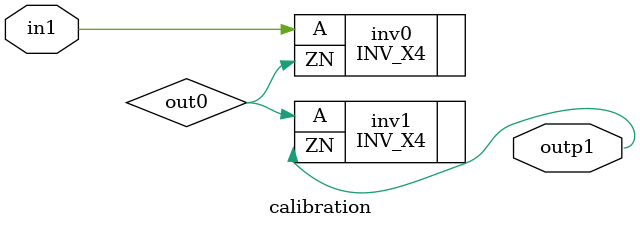
<source format=v>
module calibration(in1,outp1);

input in1;
output outp1;
wire out0;

INV_X4 inv0(.ZN(out0),.A(in1));
INV_X4 inv1(.ZN(outp1),.A(out0));

endmodule

</source>
